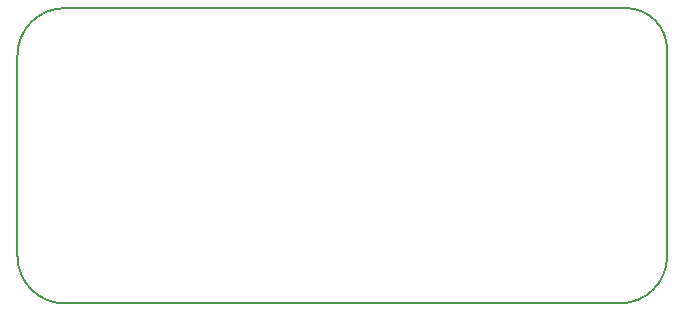
<source format=gm1>
G04 #@! TF.FileFunction,Profile,NP*
%FSLAX46Y46*%
G04 Gerber Fmt 4.6, Leading zero omitted, Abs format (unit mm)*
G04 Created by KiCad (PCBNEW 4.0.6) date 06/08/17 14:58:16*
%MOMM*%
%LPD*%
G01*
G04 APERTURE LIST*
%ADD10C,0.100000*%
%ADD11C,0.200000*%
G04 APERTURE END LIST*
D10*
D11*
X90000000Y-109000000D02*
G75*
G03X94000000Y-113000000I4000000J0D01*
G01*
X141000000Y-113000000D02*
G75*
G03X145000000Y-109000000I0J4000000D01*
G01*
X145000000Y-91500000D02*
G75*
G03X141500000Y-88000000I-3500000J0D01*
G01*
X94000000Y-88000000D02*
G75*
G03X90000000Y-92000000I0J-4000000D01*
G01*
X141000000Y-113000000D02*
X94000000Y-113000000D01*
X90000000Y-109000000D02*
X90000000Y-92000000D01*
X145000000Y-91500000D02*
X145000000Y-109000000D01*
X94000000Y-88000000D02*
X141500000Y-88000000D01*
M02*

</source>
